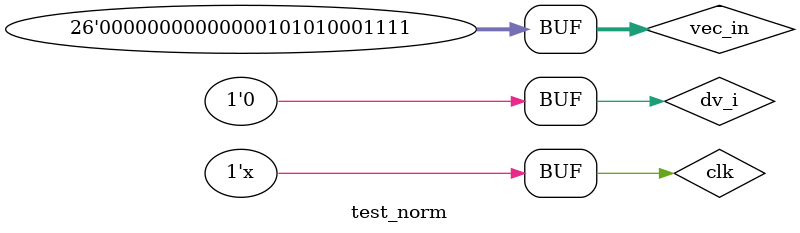
<source format=v>
`timescale 1ns / 1ps


module test_norm;

	// Inputs
	reg clk;
	reg dv_i;
	reg [25:0] vec_in;

	// Outputs
	wire dv_o;
	wire [12:0] vec_o;
	wire [7:0] index_o;

	// Instantiate the Unit Under Test (UUT)
	DNN_norm uut (
		.clk(clk), 
		.dv_i(dv_i), 
		.vec_i(vec_in), 
		.dv_o(dv_o), 
		.vec_o(vec_o), 
		.index_o(index_o)
	);

	parameter STEP = 20;
	parameter STEP_half=10;
	always begin
		#STEP_half;
		clk<=~clk;
	end

	initial begin
		// Initialize Inputs
		clk = 0;
		dv_i = 0;
		vec_in = 0;

		// Wait 100 ns for global reset to finish
		#100;
			dv_i = 1;
			vec_in = -71483;
			#20;
			vec_in = -14237;
			#20;
			vec_in = -68960;
			#20;
			vec_in = 155254;
			#20;
			vec_in = 82984;
			#20;
			vec_in = -27803;
			#20;
			vec_in = 154009;
			#20;
			vec_in = -41746;
			#20;
			vec_in = -11730;
			#20;
			vec_in = -15138;
			#20;
			vec_in = -106872;
			#20;
			vec_in = 20414;
			#20;
			dv_i = 0;
			#4000;

			dv_i = 1;
			vec_in = -71483;
			#20;
			vec_in = -14237;
			#20;
			vec_in = -68960;
			#20;
			vec_in = 155254;
			#20;
			vec_in = 82984;
			#20;
			vec_in = -27803;
			#20;
			vec_in = 154009;
			#20;
			vec_in = -41746;
			#20;
			vec_in = -11730;
			#20;
			vec_in = -15138;
			#20;
			vec_in = -106872;
			#20;
			vec_in = 20414;
			#20;
			dv_i = 0;
			#4000;
			
						dv_i = 1;
			vec_in = -71483;
			#20;
			vec_in = -14237;
			#20;
			vec_in = -68960;
			#20;
			vec_in = 155254;
			#20;
			vec_in = 82984;
			#20;
			vec_in = -27803;
			#20;
			vec_in = 154009;
			#20;
			vec_in = -41746;
			#20;
			vec_in = -11730;
			#20;
			vec_in = -15138;
			#20;
			vec_in = -106872;
			#20;
			vec_in = 20414;
			#20;
			dv_i = 0;
			#4000;
			
						dv_i = 1;
			vec_in = -71483;
			#20;
			vec_in = -14237;
			#20;
			vec_in = -68960;
			#20;
			vec_in = 155254;
			#20;
			vec_in = 82984;
			#20;
			vec_in = -27803;
			#20;
			vec_in = 154009;
			#20;
			vec_in = -41746;
			#20;
			vec_in = -11730;
			#20;
			vec_in = -15138;
			#20;
			vec_in = -106872;
			#20;
			vec_in = 20414;
			#20;
			dv_i = 0;
			#4000;
			
			dv_i = 1;
			vec_in = -71483;
			#20;
			vec_in = -14237;
			#20;
			vec_in = -68960;
			#20;
			vec_in = 155254;
			#20;
			vec_in = 82984;
			#20;
			vec_in = -27803;
			#20;
			vec_in = 154009;
			#20;
			vec_in = -41746;
			#20;
			vec_in = -11730;
			#20;
			vec_in = -15138;
			#20;
			vec_in = -106872;
			#20;
			vec_in = 20414;
			#20;
			dv_i = 0;
			#4000;


			vec_in = 190660;
			#20;
			vec_in = 2768;
			#20;
			vec_in = 8863;
			#20;
			vec_in = 12648;
			#20;
			vec_in = -6488;
			#20;
			vec_in = 16580;
			#20;
			vec_in = -35110;
			#20;
			vec_in = -28852;
			#20;
			vec_in = -12042;
			#20;
			vec_in = -17055;
			#20;
			vec_in = -29032;
			#20;
			vec_in = -8355;
			#20;
			vec_in = 1081;
			#20;
			vec_in = 2703;
			#20;
			dv_i = 0;

		// Add stimulus here

	end
      
endmodule


</source>
